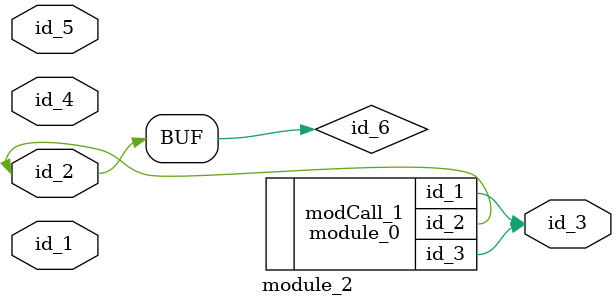
<source format=v>
module module_0 (
    id_1,
    id_2,
    id_3
);
  output wire id_3;
  inout wire id_2;
  output wire id_1;
  wire id_4;
  wire id_5;
endmodule
module module_1 (
    id_1,
    id_2,
    id_3
);
  output wire id_3;
  output wire id_2;
  inout wire id_1;
  wire id_4;
  module_0 modCall_1 (
      id_3,
      id_1,
      id_4
  );
endmodule
module module_2 (
    id_1,
    id_2,
    id_3,
    id_4,
    id_5
);
  input wire id_5;
  input wire id_4;
  output wire id_3;
  input wire id_2;
  input wire id_1;
  wire id_6 = id_2;
  module_0 modCall_1 (
      id_3,
      id_6,
      id_3
  );
endmodule

</source>
